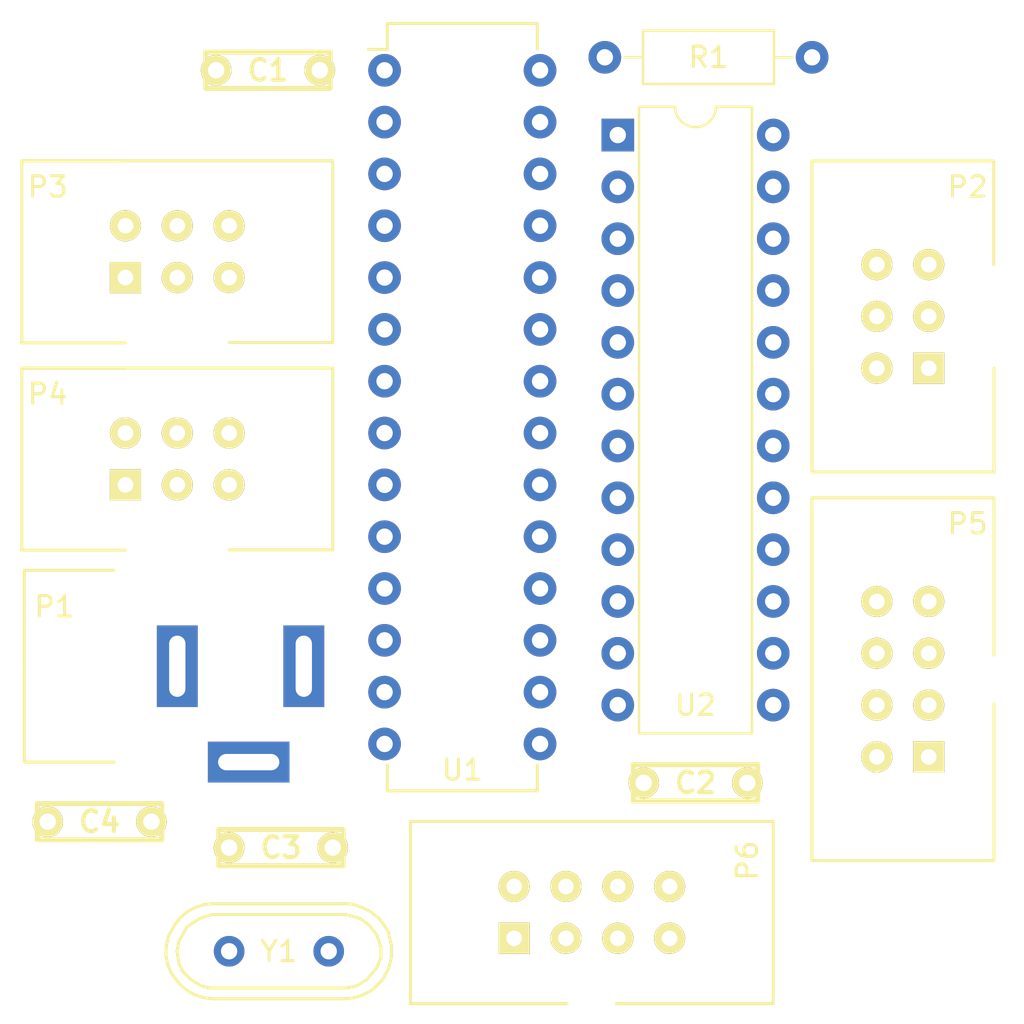
<source format=kicad_pcb>
(kicad_pcb (version 4) (host pcbnew 4.0.7)

  (general
    (links 0)
    (no_connects 59)
    (area 139.899999 89.899999 190.100001 140.100001)
    (thickness 1.6)
    (drawings 4)
    (tracks 0)
    (zones 0)
    (modules 18)
    (nets 38)
  )

  (page A4)
  (layers
    (0 F.Cu signal)
    (31 B.Cu signal)
    (32 B.Adhes user)
    (33 F.Adhes user)
    (34 B.Paste user)
    (35 F.Paste user)
    (36 B.SilkS user)
    (37 F.SilkS user)
    (38 B.Mask user)
    (39 F.Mask user)
    (40 Dwgs.User user)
    (41 Cmts.User user)
    (42 Eco1.User user)
    (43 Eco2.User user)
    (44 Edge.Cuts user)
    (45 Margin user)
    (46 B.CrtYd user)
    (47 F.CrtYd user)
    (48 B.Fab user)
    (49 F.Fab user)
  )

  (setup
    (last_trace_width 0.25)
    (trace_clearance 0.2)
    (zone_clearance 0.508)
    (zone_45_only no)
    (trace_min 0.2)
    (segment_width 0.2)
    (edge_width 0.15)
    (via_size 0.6)
    (via_drill 0.4)
    (via_min_size 0.4)
    (via_min_drill 0.3)
    (uvia_size 0.3)
    (uvia_drill 0.1)
    (uvias_allowed no)
    (uvia_min_size 0.2)
    (uvia_min_drill 0.1)
    (pcb_text_width 0.3)
    (pcb_text_size 1.5 1.5)
    (mod_edge_width 0.15)
    (mod_text_size 1 1)
    (mod_text_width 0.15)
    (pad_size 1.524 1.524)
    (pad_drill 0.762)
    (pad_to_mask_clearance 0.2)
    (aux_axis_origin 0 0)
    (visible_elements FFFFFF7F)
    (pcbplotparams
      (layerselection 0x00030_80000001)
      (usegerberextensions false)
      (excludeedgelayer true)
      (linewidth 0.100000)
      (plotframeref false)
      (viasonmask false)
      (mode 1)
      (useauxorigin false)
      (hpglpennumber 1)
      (hpglpenspeed 20)
      (hpglpendiameter 15)
      (hpglpenoverlay 2)
      (psnegative false)
      (psa4output false)
      (plotreference true)
      (plotvalue true)
      (plotinvisibletext false)
      (padsonsilk false)
      (subtractmaskfromsilk false)
      (outputformat 1)
      (mirror false)
      (drillshape 1)
      (scaleselection 1)
      (outputdirectory ""))
  )

  (net 0 "")
  (net 1 VCC)
  (net 2 GND)
  (net 3 "Net-(C3-Pad1)")
  (net 4 "Net-(P2-Pad1)")
  (net 5 "Net-(P2-Pad2)")
  (net 6 "Net-(P2-Pad3)")
  (net 7 "Net-(P2-Pad4)")
  (net 8 "Net-(P3-Pad1)")
  (net 9 "Net-(P3-Pad2)")
  (net 10 "Net-(P3-Pad3)")
  (net 11 "Net-(P3-Pad4)")
  (net 12 "Net-(P3-Pad5)")
  (net 13 "Net-(P3-Pad6)")
  (net 14 "Net-(P4-Pad1)")
  (net 15 "Net-(P4-Pad2)")
  (net 16 "Net-(P4-Pad3)")
  (net 17 "Net-(P4-Pad4)")
  (net 18 "Net-(P4-Pad5)")
  (net 19 "Net-(P4-Pad6)")
  (net 20 "Net-(P5-Pad1)")
  (net 21 "Net-(P5-Pad2)")
  (net 22 "Net-(P5-Pad3)")
  (net 23 "Net-(P5-Pad4)")
  (net 24 "Net-(P5-Pad5)")
  (net 25 "Net-(P5-Pad6)")
  (net 26 "Net-(P5-Pad7)")
  (net 27 "Net-(P5-Pad8)")
  (net 28 "Net-(P6-Pad1)")
  (net 29 "Net-(P6-Pad2)")
  (net 30 "Net-(P6-Pad3)")
  (net 31 "Net-(P6-Pad4)")
  (net 32 "Net-(P6-Pad5)")
  (net 33 "Net-(P6-Pad6)")
  (net 34 "Net-(P6-Pad7)")
  (net 35 "Net-(P6-Pad8)")
  (net 36 "Net-(R1-Pad2)")
  (net 37 "Net-(C4-Pad1)")

  (net_class Default "Esta es la clase de red por defecto."
    (clearance 0.2)
    (trace_width 0.25)
    (via_dia 0.6)
    (via_drill 0.4)
    (uvia_dia 0.3)
    (uvia_drill 0.1)
    (add_net GND)
    (add_net "Net-(C3-Pad1)")
    (add_net "Net-(C4-Pad1)")
    (add_net "Net-(P2-Pad1)")
    (add_net "Net-(P2-Pad2)")
    (add_net "Net-(P2-Pad3)")
    (add_net "Net-(P2-Pad4)")
    (add_net "Net-(P3-Pad1)")
    (add_net "Net-(P3-Pad2)")
    (add_net "Net-(P3-Pad3)")
    (add_net "Net-(P3-Pad4)")
    (add_net "Net-(P3-Pad5)")
    (add_net "Net-(P3-Pad6)")
    (add_net "Net-(P4-Pad1)")
    (add_net "Net-(P4-Pad2)")
    (add_net "Net-(P4-Pad3)")
    (add_net "Net-(P4-Pad4)")
    (add_net "Net-(P4-Pad5)")
    (add_net "Net-(P4-Pad6)")
    (add_net "Net-(P5-Pad1)")
    (add_net "Net-(P5-Pad2)")
    (add_net "Net-(P5-Pad3)")
    (add_net "Net-(P5-Pad4)")
    (add_net "Net-(P5-Pad5)")
    (add_net "Net-(P5-Pad6)")
    (add_net "Net-(P5-Pad7)")
    (add_net "Net-(P5-Pad8)")
    (add_net "Net-(P6-Pad1)")
    (add_net "Net-(P6-Pad2)")
    (add_net "Net-(P6-Pad3)")
    (add_net "Net-(P6-Pad4)")
    (add_net "Net-(P6-Pad5)")
    (add_net "Net-(P6-Pad6)")
    (add_net "Net-(P6-Pad7)")
    (add_net "Net-(P6-Pad8)")
    (add_net "Net-(R1-Pad2)")
    (add_net VCC)
  )

  (module avionica:MountingHole_M3 (layer F.Cu) (tedit 59DF3046) (tstamp 59F09763)
    (at 144 136)
    (descr "Mounting Hole 3.2mm, no annular, M3")
    (tags "mounting hole 3.2mm no annular m3")
    (fp_text reference REF** (at 0 -1.27) (layer F.SilkS) hide
      (effects (font (size 1 1) (thickness 0.15)))
    )
    (fp_text value Hole (at 0 1.27) (layer F.Fab) hide
      (effects (font (size 1 1) (thickness 0.15)))
    )
    (fp_circle (center 0 0) (end 3.2 0) (layer Cmts.User) (width 0.15))
    (fp_circle (center 0 0) (end 3.45 0) (layer F.CrtYd) (width 0.05))
    (pad 1 np_thru_hole circle (at 0 0) (size 3.2 3.2) (drill 3.2) (layers *.Cu *.Mask))
  )

  (module avionica:MountingHole_M3 (layer F.Cu) (tedit 59DF3046) (tstamp 59F0975F)
    (at 186 136)
    (descr "Mounting Hole 3.2mm, no annular, M3")
    (tags "mounting hole 3.2mm no annular m3")
    (fp_text reference REF** (at 0 -1.27) (layer F.SilkS) hide
      (effects (font (size 1 1) (thickness 0.15)))
    )
    (fp_text value Hole (at 0 1.27) (layer F.Fab) hide
      (effects (font (size 1 1) (thickness 0.15)))
    )
    (fp_circle (center 0 0) (end 3.2 0) (layer Cmts.User) (width 0.15))
    (fp_circle (center 0 0) (end 3.45 0) (layer F.CrtYd) (width 0.05))
    (pad 1 np_thru_hole circle (at 0 0) (size 3.2 3.2) (drill 3.2) (layers *.Cu *.Mask))
  )

  (module avionica:MountingHole_M3 (layer F.Cu) (tedit 59DF3046) (tstamp 59F0975B)
    (at 186 94)
    (descr "Mounting Hole 3.2mm, no annular, M3")
    (tags "mounting hole 3.2mm no annular m3")
    (fp_text reference REF** (at 0 -1.27) (layer F.SilkS) hide
      (effects (font (size 1 1) (thickness 0.15)))
    )
    (fp_text value Hole (at 0 1.27) (layer F.Fab) hide
      (effects (font (size 1 1) (thickness 0.15)))
    )
    (fp_circle (center 0 0) (end 3.2 0) (layer Cmts.User) (width 0.15))
    (fp_circle (center 0 0) (end 3.45 0) (layer F.CrtYd) (width 0.05))
    (pad 1 np_thru_hole circle (at 0 0) (size 3.2 3.2) (drill 3.2) (layers *.Cu *.Mask))
  )

  (module avionica:Disc_capacitor (layer F.Cu) (tedit 59E0F005) (tstamp 59F08888)
    (at 153.035 93.345 180)
    (descr "6mm disc ceramic capacitor")
    (tags C)
    (path /59F088B3)
    (fp_text reference C1 (at 0 0 180) (layer F.SilkS)
      (effects (font (size 1.016 1.016) (thickness 0.2032)))
    )
    (fp_text value 0.1uF (at 0 -1.778 180) (layer F.SilkS) hide
      (effects (font (size 1 1) (thickness 0.15)))
    )
    (fp_line (start -3.048 -0.889) (end -3.048 0.889) (layer F.SilkS) (width 0.24892))
    (fp_line (start -3.048 0.889) (end 3.048 0.889) (layer F.SilkS) (width 0.24892))
    (fp_line (start 3.048 0.889) (end 3.048 -0.889) (layer F.SilkS) (width 0.24892))
    (fp_line (start 3.048 -0.889) (end -3.048 -0.889) (layer F.SilkS) (width 0.24892))
    (pad 1 thru_hole circle (at -2.54 0 180) (size 1.50114 1.50114) (drill 0.8001) (layers *.Cu *.Mask F.SilkS)
      (net 1 VCC))
    (pad 2 thru_hole circle (at 2.54 0 180) (size 1.50114 1.50114) (drill 0.8001) (layers *.Cu *.Mask F.SilkS)
      (net 2 GND))
    (model ${KIPRJMOD}/../modules/packages3d/avionica.3dshapes/Disc_capacitor.wrl
      (at (xyz 0 0 0))
      (scale (xyz 1 1 1))
      (rotate (xyz 0 0 0))
    )
  )

  (module avionica:Disc_capacitor (layer F.Cu) (tedit 59E0F005) (tstamp 59F0888E)
    (at 173.99 128.27 180)
    (descr "6mm disc ceramic capacitor")
    (tags C)
    (path /59F0A630)
    (fp_text reference C2 (at 0 0 180) (layer F.SilkS)
      (effects (font (size 1.016 1.016) (thickness 0.2032)))
    )
    (fp_text value 0.1uF (at 0 -1.778 180) (layer F.SilkS) hide
      (effects (font (size 1 1) (thickness 0.15)))
    )
    (fp_line (start -3.048 -0.889) (end -3.048 0.889) (layer F.SilkS) (width 0.24892))
    (fp_line (start -3.048 0.889) (end 3.048 0.889) (layer F.SilkS) (width 0.24892))
    (fp_line (start 3.048 0.889) (end 3.048 -0.889) (layer F.SilkS) (width 0.24892))
    (fp_line (start 3.048 -0.889) (end -3.048 -0.889) (layer F.SilkS) (width 0.24892))
    (pad 1 thru_hole circle (at -2.54 0 180) (size 1.50114 1.50114) (drill 0.8001) (layers *.Cu *.Mask F.SilkS)
      (net 1 VCC))
    (pad 2 thru_hole circle (at 2.54 0 180) (size 1.50114 1.50114) (drill 0.8001) (layers *.Cu *.Mask F.SilkS)
      (net 2 GND))
    (model ${KIPRJMOD}/../modules/packages3d/avionica.3dshapes/Disc_capacitor.wrl
      (at (xyz 0 0 0))
      (scale (xyz 1 1 1))
      (rotate (xyz 0 0 0))
    )
  )

  (module avionica:Disc_capacitor (layer F.Cu) (tedit 59E0F005) (tstamp 59F08894)
    (at 153.67 131.445 180)
    (descr "6mm disc ceramic capacitor")
    (tags C)
    (path /59F07417)
    (fp_text reference C3 (at 0 0 180) (layer F.SilkS)
      (effects (font (size 1.016 1.016) (thickness 0.2032)))
    )
    (fp_text value 22pF (at 0 -1.778 180) (layer F.SilkS) hide
      (effects (font (size 1 1) (thickness 0.15)))
    )
    (fp_line (start -3.048 -0.889) (end -3.048 0.889) (layer F.SilkS) (width 0.24892))
    (fp_line (start -3.048 0.889) (end 3.048 0.889) (layer F.SilkS) (width 0.24892))
    (fp_line (start 3.048 0.889) (end 3.048 -0.889) (layer F.SilkS) (width 0.24892))
    (fp_line (start 3.048 -0.889) (end -3.048 -0.889) (layer F.SilkS) (width 0.24892))
    (pad 1 thru_hole circle (at -2.54 0 180) (size 1.50114 1.50114) (drill 0.8001) (layers *.Cu *.Mask F.SilkS)
      (net 3 "Net-(C3-Pad1)"))
    (pad 2 thru_hole circle (at 2.54 0 180) (size 1.50114 1.50114) (drill 0.8001) (layers *.Cu *.Mask F.SilkS)
      (net 2 GND))
    (model ${KIPRJMOD}/../modules/packages3d/avionica.3dshapes/Disc_capacitor.wrl
      (at (xyz 0 0 0))
      (scale (xyz 1 1 1))
      (rotate (xyz 0 0 0))
    )
  )

  (module avionica:Jack_55_21 (layer F.Cu) (tedit 59DE58A3) (tstamp 59F0889B)
    (at 152.09 127.255)
    (path /59F087A5)
    (fp_text reference P1 (at -9.525 -7.62) (layer F.SilkS)
      (effects (font (size 1 1) (thickness 0.15)))
    )
    (fp_text value CONN03 (at 0 -3.81) (layer F.Fab) hide
      (effects (font (size 1 1) (thickness 0.15)))
    )
    (fp_line (start -11 -4.7) (end -11 -9.4) (layer F.SilkS) (width 0.15))
    (fp_line (start -11 -9.4) (end -6.6 -9.4) (layer F.SilkS) (width 0.15))
    (fp_line (start -11 0) (end -11 -4.7) (layer F.SilkS) (width 0.15))
    (fp_line (start -11 0) (end -6.6 0) (layer F.SilkS) (width 0.15))
    (pad 3 thru_hole rect (at -3.5 -4.7) (size 2 4) (drill oval 0.8 3) (layers *.Cu *.Mask)
      (net 2 GND))
    (pad 1 thru_hole rect (at 2.7 -4.7) (size 2 4) (drill oval 0.8 3) (layers *.Cu *.Mask)
      (net 1 VCC))
    (pad 2 thru_hole rect (at 0 0) (size 4 2) (drill oval 3 0.8) (layers *.Cu *.Mask)
      (net 2 GND))
    (model ${KIPRJMOD}/../modules/packages3d/avionica.3dshapes/jack_55_21.wrl
      (at (xyz -0.14 0.19 0))
      (scale (xyz 1 1 1))
      (rotate (xyz 0 0 90))
    )
  )

  (module avionica:idc-6p (layer F.Cu) (tedit 59DE58C8) (tstamp 59F088A5)
    (at 185.42 107.95 180)
    (path /59F07DD2)
    (fp_text reference P2 (at -1.905 8.89 180) (layer F.SilkS)
      (effects (font (size 1 1) (thickness 0.15)))
    )
    (fp_text value CONN06 (at 1.27 2.54 270) (layer F.Fab) hide
      (effects (font (size 1 1) (thickness 0.15)))
    )
    (fp_line (start -3.2 -5.1) (end -3.2 0) (layer F.SilkS) (width 0.15))
    (fp_line (start 5.725 -5.08) (end 5.725 10.16) (layer F.SilkS) (width 0.15))
    (fp_line (start -3.175 10.16) (end 5.715 10.16) (layer F.SilkS) (width 0.15))
    (fp_line (start -3.185 10.16) (end -3.185 5.08) (layer F.SilkS) (width 0.15))
    (fp_line (start 5.715 0) (end 5.715 -5.08) (layer F.SilkS) (width 0.15))
    (fp_line (start 5.715 -5.08) (end -3.175 -5.08) (layer F.SilkS) (width 0.15))
    (pad 1 thru_hole rect (at 0 0 180) (size 1.524 1.524) (drill 0.762) (layers *.Cu *.Mask F.SilkS)
      (net 4 "Net-(P2-Pad1)"))
    (pad 2 thru_hole circle (at 2.54 0 180) (size 1.524 1.524) (drill 0.762) (layers *.Cu *.Mask F.SilkS)
      (net 5 "Net-(P2-Pad2)"))
    (pad 3 thru_hole circle (at 0 2.54 180) (size 1.524 1.524) (drill 0.762) (layers *.Cu *.Mask F.SilkS)
      (net 6 "Net-(P2-Pad3)"))
    (pad 4 thru_hole circle (at 2.54 2.54 180) (size 1.524 1.524) (drill 0.762) (layers *.Cu *.Mask F.SilkS)
      (net 7 "Net-(P2-Pad4)"))
    (pad 5 thru_hole circle (at 0 5.08 180) (size 1.524 1.524) (drill 0.762) (layers *.Cu *.Mask F.SilkS)
      (net 2 GND))
    (pad 6 thru_hole circle (at 2.54 5.08 180) (size 1.524 1.524) (drill 0.762) (layers *.Cu *.Mask F.SilkS)
      (net 2 GND))
    (model ${KIPRJMOD}/../modules/packages3d/avionica.3dshapes/idc-6p.wrl
      (at (xyz 0.05 -0.1 0))
      (scale (xyz 1 1 1))
      (rotate (xyz 0 0 90))
    )
  )

  (module avionica:idc-6p (layer F.Cu) (tedit 59DE58C8) (tstamp 59F088AF)
    (at 146.05 103.505 90)
    (path /59F07B82)
    (fp_text reference P3 (at 4.445 -3.81 180) (layer F.SilkS)
      (effects (font (size 1 1) (thickness 0.15)))
    )
    (fp_text value CONN06 (at 1.27 2.54 180) (layer F.Fab) hide
      (effects (font (size 1 1) (thickness 0.15)))
    )
    (fp_line (start -3.2 -5.1) (end -3.2 0) (layer F.SilkS) (width 0.15))
    (fp_line (start 5.725 -5.08) (end 5.725 10.16) (layer F.SilkS) (width 0.15))
    (fp_line (start -3.175 10.16) (end 5.715 10.16) (layer F.SilkS) (width 0.15))
    (fp_line (start -3.185 10.16) (end -3.185 5.08) (layer F.SilkS) (width 0.15))
    (fp_line (start 5.715 0) (end 5.715 -5.08) (layer F.SilkS) (width 0.15))
    (fp_line (start 5.715 -5.08) (end -3.175 -5.08) (layer F.SilkS) (width 0.15))
    (pad 1 thru_hole rect (at 0 0 90) (size 1.524 1.524) (drill 0.762) (layers *.Cu *.Mask F.SilkS)
      (net 8 "Net-(P3-Pad1)"))
    (pad 2 thru_hole circle (at 2.54 0 90) (size 1.524 1.524) (drill 0.762) (layers *.Cu *.Mask F.SilkS)
      (net 9 "Net-(P3-Pad2)"))
    (pad 3 thru_hole circle (at 0 2.54 90) (size 1.524 1.524) (drill 0.762) (layers *.Cu *.Mask F.SilkS)
      (net 10 "Net-(P3-Pad3)"))
    (pad 4 thru_hole circle (at 2.54 2.54 90) (size 1.524 1.524) (drill 0.762) (layers *.Cu *.Mask F.SilkS)
      (net 11 "Net-(P3-Pad4)"))
    (pad 5 thru_hole circle (at 0 5.08 90) (size 1.524 1.524) (drill 0.762) (layers *.Cu *.Mask F.SilkS)
      (net 12 "Net-(P3-Pad5)"))
    (pad 6 thru_hole circle (at 2.54 5.08 90) (size 1.524 1.524) (drill 0.762) (layers *.Cu *.Mask F.SilkS)
      (net 13 "Net-(P3-Pad6)"))
    (model ${KIPRJMOD}/../modules/packages3d/avionica.3dshapes/idc-6p.wrl
      (at (xyz 0.05 -0.1 0))
      (scale (xyz 1 1 1))
      (rotate (xyz 0 0 90))
    )
  )

  (module avionica:idc-6p (layer F.Cu) (tedit 59DE58C8) (tstamp 59F088B9)
    (at 146.05 113.665 90)
    (path /59F07C1B)
    (fp_text reference P4 (at 4.445 -3.81 180) (layer F.SilkS)
      (effects (font (size 1 1) (thickness 0.15)))
    )
    (fp_text value CONN06 (at 1.27 2.54 180) (layer F.Fab) hide
      (effects (font (size 1 1) (thickness 0.15)))
    )
    (fp_line (start -3.2 -5.1) (end -3.2 0) (layer F.SilkS) (width 0.15))
    (fp_line (start 5.725 -5.08) (end 5.725 10.16) (layer F.SilkS) (width 0.15))
    (fp_line (start -3.175 10.16) (end 5.715 10.16) (layer F.SilkS) (width 0.15))
    (fp_line (start -3.185 10.16) (end -3.185 5.08) (layer F.SilkS) (width 0.15))
    (fp_line (start 5.715 0) (end 5.715 -5.08) (layer F.SilkS) (width 0.15))
    (fp_line (start 5.715 -5.08) (end -3.175 -5.08) (layer F.SilkS) (width 0.15))
    (pad 1 thru_hole rect (at 0 0 90) (size 1.524 1.524) (drill 0.762) (layers *.Cu *.Mask F.SilkS)
      (net 14 "Net-(P4-Pad1)"))
    (pad 2 thru_hole circle (at 2.54 0 90) (size 1.524 1.524) (drill 0.762) (layers *.Cu *.Mask F.SilkS)
      (net 15 "Net-(P4-Pad2)"))
    (pad 3 thru_hole circle (at 0 2.54 90) (size 1.524 1.524) (drill 0.762) (layers *.Cu *.Mask F.SilkS)
      (net 16 "Net-(P4-Pad3)"))
    (pad 4 thru_hole circle (at 2.54 2.54 90) (size 1.524 1.524) (drill 0.762) (layers *.Cu *.Mask F.SilkS)
      (net 17 "Net-(P4-Pad4)"))
    (pad 5 thru_hole circle (at 0 5.08 90) (size 1.524 1.524) (drill 0.762) (layers *.Cu *.Mask F.SilkS)
      (net 18 "Net-(P4-Pad5)"))
    (pad 6 thru_hole circle (at 2.54 5.08 90) (size 1.524 1.524) (drill 0.762) (layers *.Cu *.Mask F.SilkS)
      (net 19 "Net-(P4-Pad6)"))
    (model ${KIPRJMOD}/../modules/packages3d/avionica.3dshapes/idc-6p.wrl
      (at (xyz 0.05 -0.1 0))
      (scale (xyz 1 1 1))
      (rotate (xyz 0 0 90))
    )
  )

  (module avionica:DIP-28 (layer F.Cu) (tedit 59F09B4C) (tstamp 59F088D9)
    (at 158.75 93.345)
    (descr "28-lead dip package, row spacing 7.62 mm (300 mils)")
    (tags "dil dip 2.54 300")
    (path /59F0705D)
    (fp_text reference U1 (at 3.81 34.29) (layer F.SilkS)
      (effects (font (size 1 1) (thickness 0.15)))
    )
    (fp_text value ATmega328 (at 3.81 16.51 90) (layer F.Fab)
      (effects (font (size 1 1) (thickness 0.15)))
    )
    (fp_line (start -1.05 -2.45) (end -1.05 35.5) (layer F.CrtYd) (width 0.05))
    (fp_line (start 8.65 -2.45) (end 8.65 35.5) (layer F.CrtYd) (width 0.05))
    (fp_line (start -1.05 -2.45) (end 8.65 -2.45) (layer F.CrtYd) (width 0.05))
    (fp_line (start -1.05 35.5) (end 8.65 35.5) (layer F.CrtYd) (width 0.05))
    (fp_line (start 0.135 -2.295) (end 0.135 -1.025) (layer F.SilkS) (width 0.15))
    (fp_line (start 7.485 -2.295) (end 7.485 -1.025) (layer F.SilkS) (width 0.15))
    (fp_line (start 7.485 35.315) (end 7.485 34.045) (layer F.SilkS) (width 0.15))
    (fp_line (start 0.135 35.315) (end 0.135 34.045) (layer F.SilkS) (width 0.15))
    (fp_line (start 0.135 -2.295) (end 7.485 -2.295) (layer F.SilkS) (width 0.15))
    (fp_line (start 0.135 35.315) (end 7.485 35.315) (layer F.SilkS) (width 0.15))
    (fp_line (start 0.135 -1.025) (end -0.8 -1.025) (layer F.SilkS) (width 0.15))
    (pad 1 thru_hole oval (at 0 0) (size 1.6 1.6) (drill 0.8) (layers *.Cu *.Mask)
      (net 1 VCC))
    (pad 2 thru_hole oval (at 0 2.54) (size 1.6 1.6) (drill 0.8) (layers *.Cu *.Mask)
      (net 14 "Net-(P4-Pad1)"))
    (pad 3 thru_hole oval (at 0 5.08) (size 1.6 1.6) (drill 0.8) (layers *.Cu *.Mask)
      (net 15 "Net-(P4-Pad2)"))
    (pad 4 thru_hole oval (at 0 7.62) (size 1.6 1.6) (drill 0.8) (layers *.Cu *.Mask)
      (net 16 "Net-(P4-Pad3)"))
    (pad 5 thru_hole oval (at 0 10.16) (size 1.6 1.6) (drill 0.8) (layers *.Cu *.Mask)
      (net 17 "Net-(P4-Pad4)"))
    (pad 6 thru_hole oval (at 0 12.7) (size 1.6 1.6) (drill 0.8) (layers *.Cu *.Mask)
      (net 18 "Net-(P4-Pad5)"))
    (pad 7 thru_hole oval (at 0 15.24) (size 1.6 1.6) (drill 0.8) (layers *.Cu *.Mask)
      (net 1 VCC))
    (pad 8 thru_hole oval (at 0 17.78) (size 1.6 1.6) (drill 0.8) (layers *.Cu *.Mask)
      (net 2 GND))
    (pad 9 thru_hole oval (at 0 20.32) (size 1.6 1.6) (drill 0.8) (layers *.Cu *.Mask)
      (net 3 "Net-(C3-Pad1)"))
    (pad 10 thru_hole oval (at 0 22.86) (size 1.6 1.6) (drill 0.8) (layers *.Cu *.Mask)
      (net 37 "Net-(C4-Pad1)"))
    (pad 11 thru_hole oval (at 0 25.4) (size 1.6 1.6) (drill 0.8) (layers *.Cu *.Mask)
      (net 19 "Net-(P4-Pad6)"))
    (pad 12 thru_hole oval (at 0 27.94) (size 1.6 1.6) (drill 0.8) (layers *.Cu *.Mask))
    (pad 13 thru_hole oval (at 0 30.48) (size 1.6 1.6) (drill 0.8) (layers *.Cu *.Mask))
    (pad 14 thru_hole oval (at 0 33.02) (size 1.6 1.6) (drill 0.8) (layers *.Cu *.Mask))
    (pad 15 thru_hole oval (at 7.62 33.02) (size 1.6 1.6) (drill 0.8) (layers *.Cu *.Mask))
    (pad 16 thru_hole oval (at 7.62 30.48) (size 1.6 1.6) (drill 0.8) (layers *.Cu *.Mask)
      (net 7 "Net-(P2-Pad4)"))
    (pad 17 thru_hole oval (at 7.62 27.94) (size 1.6 1.6) (drill 0.8) (layers *.Cu *.Mask)
      (net 6 "Net-(P2-Pad3)"))
    (pad 18 thru_hole oval (at 7.62 25.4) (size 1.6 1.6) (drill 0.8) (layers *.Cu *.Mask)
      (net 5 "Net-(P2-Pad2)"))
    (pad 19 thru_hole oval (at 7.62 22.86) (size 1.6 1.6) (drill 0.8) (layers *.Cu *.Mask)
      (net 4 "Net-(P2-Pad1)"))
    (pad 20 thru_hole oval (at 7.62 20.32) (size 1.6 1.6) (drill 0.8) (layers *.Cu *.Mask)
      (net 1 VCC))
    (pad 21 thru_hole oval (at 7.62 17.78) (size 1.6 1.6) (drill 0.8) (layers *.Cu *.Mask)
      (net 1 VCC))
    (pad 22 thru_hole oval (at 7.62 15.24) (size 1.6 1.6) (drill 0.8) (layers *.Cu *.Mask)
      (net 2 GND))
    (pad 23 thru_hole oval (at 7.62 12.7) (size 1.6 1.6) (drill 0.8) (layers *.Cu *.Mask)
      (net 8 "Net-(P3-Pad1)"))
    (pad 24 thru_hole oval (at 7.62 10.16) (size 1.6 1.6) (drill 0.8) (layers *.Cu *.Mask)
      (net 9 "Net-(P3-Pad2)"))
    (pad 25 thru_hole oval (at 7.62 7.62) (size 1.6 1.6) (drill 0.8) (layers *.Cu *.Mask)
      (net 10 "Net-(P3-Pad3)"))
    (pad 26 thru_hole oval (at 7.62 5.08) (size 1.6 1.6) (drill 0.8) (layers *.Cu *.Mask)
      (net 11 "Net-(P3-Pad4)"))
    (pad 27 thru_hole oval (at 7.62 2.54) (size 1.6 1.6) (drill 0.8) (layers *.Cu *.Mask)
      (net 12 "Net-(P3-Pad5)"))
    (pad 28 thru_hole oval (at 7.62 0) (size 1.6 1.6) (drill 0.8) (layers *.Cu *.Mask)
      (net 13 "Net-(P3-Pad6)"))
    (model Housings_DIP.3dshapes/DIP-28_W7.62mm.wrl
      (at (xyz 0 0 0))
      (scale (xyz 1 1 1))
      (rotate (xyz 0 0 0))
    )
  )

  (module avionica:Crystal (layer F.Cu) (tedit 59F084CE) (tstamp 59F088DF)
    (at 153.57094 136.525 180)
    (path /59F07316)
    (fp_text reference Y1 (at 0 0 180) (layer F.SilkS)
      (effects (font (size 1 1) (thickness 0.15)))
    )
    (fp_text value Crystal (at 0 0 180) (layer F.Fab) hide
      (effects (font (size 1 1) (thickness 0.15)))
    )
    (fp_line (start 4.699 -1.00076) (end 4.89966 -0.59944) (layer F.SilkS) (width 0.15))
    (fp_line (start 4.89966 -0.59944) (end 5.00126 0) (layer F.SilkS) (width 0.15))
    (fp_line (start 5.00126 0) (end 4.89966 0.50038) (layer F.SilkS) (width 0.15))
    (fp_line (start 4.89966 0.50038) (end 4.50088 1.19888) (layer F.SilkS) (width 0.15))
    (fp_line (start 4.50088 1.19888) (end 3.8989 1.6002) (layer F.SilkS) (width 0.15))
    (fp_line (start 3.8989 1.6002) (end 3.29946 1.80086) (layer F.SilkS) (width 0.15))
    (fp_line (start 3.29946 1.80086) (end -3.29946 1.80086) (layer F.SilkS) (width 0.15))
    (fp_line (start -3.29946 1.80086) (end -4.0005 1.6002) (layer F.SilkS) (width 0.15))
    (fp_line (start -4.0005 1.6002) (end -4.39928 1.30048) (layer F.SilkS) (width 0.15))
    (fp_line (start -4.39928 1.30048) (end -4.8006 0.8001) (layer F.SilkS) (width 0.15))
    (fp_line (start -4.8006 0.8001) (end -5.00126 0.20066) (layer F.SilkS) (width 0.15))
    (fp_line (start -5.00126 0.20066) (end -5.00126 -0.29972) (layer F.SilkS) (width 0.15))
    (fp_line (start -5.00126 -0.29972) (end -4.8006 -0.8001) (layer F.SilkS) (width 0.15))
    (fp_line (start -4.8006 -0.8001) (end -4.30022 -1.39954) (layer F.SilkS) (width 0.15))
    (fp_line (start -4.30022 -1.39954) (end -3.79984 -1.69926) (layer F.SilkS) (width 0.15))
    (fp_line (start -3.79984 -1.69926) (end -3.29946 -1.80086) (layer F.SilkS) (width 0.15))
    (fp_line (start -3.2004 -1.80086) (end 3.40106 -1.80086) (layer F.SilkS) (width 0.15))
    (fp_line (start 3.40106 -1.80086) (end 3.79984 -1.69926) (layer F.SilkS) (width 0.15))
    (fp_line (start 3.79984 -1.69926) (end 4.30022 -1.39954) (layer F.SilkS) (width 0.15))
    (fp_line (start 4.30022 -1.39954) (end 4.8006 -0.89916) (layer F.SilkS) (width 0.15))
    (fp_line (start -3.19024 -2.32918) (end -3.64998 -2.28092) (layer F.SilkS) (width 0.15))
    (fp_line (start -3.64998 -2.28092) (end -4.04876 -2.16916) (layer F.SilkS) (width 0.15))
    (fp_line (start -4.04876 -2.16916) (end -4.48056 -1.95072) (layer F.SilkS) (width 0.15))
    (fp_line (start -4.48056 -1.95072) (end -4.77012 -1.71958) (layer F.SilkS) (width 0.15))
    (fp_line (start -4.77012 -1.71958) (end -5.10032 -1.36906) (layer F.SilkS) (width 0.15))
    (fp_line (start -5.10032 -1.36906) (end -5.38988 -0.83058) (layer F.SilkS) (width 0.15))
    (fp_line (start -5.38988 -0.83058) (end -5.51942 -0.23114) (layer F.SilkS) (width 0.15))
    (fp_line (start -5.51942 -0.23114) (end -5.51942 0.2794) (layer F.SilkS) (width 0.15))
    (fp_line (start -5.51942 0.2794) (end -5.34924 0.98044) (layer F.SilkS) (width 0.15))
    (fp_line (start -5.34924 0.98044) (end -4.95046 1.56972) (layer F.SilkS) (width 0.15))
    (fp_line (start -4.95046 1.56972) (end -4.49072 1.94056) (layer F.SilkS) (width 0.15))
    (fp_line (start -4.49072 1.94056) (end -4.06908 2.14884) (layer F.SilkS) (width 0.15))
    (fp_line (start -4.06908 2.14884) (end -3.6195 2.30886) (layer F.SilkS) (width 0.15))
    (fp_line (start -3.6195 2.30886) (end -3.18008 2.33934) (layer F.SilkS) (width 0.15))
    (fp_line (start 4.16052 2.1209) (end 4.53898 1.89992) (layer F.SilkS) (width 0.15))
    (fp_line (start 4.53898 1.89992) (end 4.85902 1.62052) (layer F.SilkS) (width 0.15))
    (fp_line (start 4.85902 1.62052) (end 5.11048 1.29032) (layer F.SilkS) (width 0.15))
    (fp_line (start 5.11048 1.29032) (end 5.4102 0.73914) (layer F.SilkS) (width 0.15))
    (fp_line (start 5.4102 0.73914) (end 5.51942 0.26924) (layer F.SilkS) (width 0.15))
    (fp_line (start 5.51942 0.26924) (end 5.53974 -0.1905) (layer F.SilkS) (width 0.15))
    (fp_line (start 5.53974 -0.1905) (end 5.45084 -0.65024) (layer F.SilkS) (width 0.15))
    (fp_line (start 5.45084 -0.65024) (end 5.26034 -1.09982) (layer F.SilkS) (width 0.15))
    (fp_line (start 5.26034 -1.09982) (end 4.89966 -1.56972) (layer F.SilkS) (width 0.15))
    (fp_line (start 4.89966 -1.56972) (end 4.54914 -1.88976) (layer F.SilkS) (width 0.15))
    (fp_line (start 4.54914 -1.88976) (end 4.16052 -2.1209) (layer F.SilkS) (width 0.15))
    (fp_line (start 4.16052 -2.1209) (end 3.73126 -2.2606) (layer F.SilkS) (width 0.15))
    (fp_line (start 3.73126 -2.2606) (end 3.2893 -2.32918) (layer F.SilkS) (width 0.15))
    (fp_line (start -3.2004 2.32918) (end 3.2512 2.32918) (layer F.SilkS) (width 0.15))
    (fp_line (start 3.2512 2.32918) (end 3.6703 2.29108) (layer F.SilkS) (width 0.15))
    (fp_line (start 3.6703 2.29108) (end 4.16052 2.1209) (layer F.SilkS) (width 0.15))
    (fp_line (start -3.2004 -2.32918) (end 3.2512 -2.32918) (layer F.SilkS) (width 0.15))
    (pad 1 thru_hole circle (at -2.44094 0 180) (size 1.50114 1.50114) (drill 0.8001) (layers *.Cu *.Mask)
      (net 3 "Net-(C3-Pad1)"))
    (pad 2 thru_hole circle (at 2.44094 0 180) (size 1.50114 1.50114) (drill 0.8001) (layers *.Cu *.Mask)
      (net 37 "Net-(C4-Pad1)"))
  )

  (module avionica:idc-8p (layer F.Cu) (tedit 59DE5271) (tstamp 59F09217)
    (at 185.42 127 180)
    (path /59F09A83)
    (fp_text reference P5 (at -1.905 11.43 180) (layer F.SilkS)
      (effects (font (size 1 1) (thickness 0.15)))
    )
    (fp_text value CONN08 (at -1.905 6.985 270) (layer F.Fab) hide
      (effects (font (size 1 1) (thickness 0.15)))
    )
    (fp_line (start -3.2 2.6) (end -3.2 -5.1) (layer F.SilkS) (width 0.15))
    (fp_line (start -3.2 12.7) (end -3.2 5) (layer F.SilkS) (width 0.15))
    (fp_line (start 5.725 12.7) (end 5.725 -5.08) (layer F.SilkS) (width 0.15))
    (fp_line (start 5.715 -5.08) (end -3.175 -5.08) (layer F.SilkS) (width 0.15))
    (fp_line (start -3.175 12.7) (end 5.715 12.7) (layer F.SilkS) (width 0.15))
    (pad 1 thru_hole rect (at 0 0 180) (size 1.524 1.524) (drill 0.762) (layers *.Cu *.Mask F.SilkS)
      (net 20 "Net-(P5-Pad1)"))
    (pad 2 thru_hole circle (at 2.54 0 180) (size 1.524 1.524) (drill 0.762) (layers *.Cu *.Mask F.SilkS)
      (net 21 "Net-(P5-Pad2)"))
    (pad 3 thru_hole circle (at 0 2.54 180) (size 1.524 1.524) (drill 0.762) (layers *.Cu *.Mask F.SilkS)
      (net 22 "Net-(P5-Pad3)"))
    (pad 4 thru_hole circle (at 2.54 2.54 180) (size 1.524 1.524) (drill 0.762) (layers *.Cu *.Mask F.SilkS)
      (net 23 "Net-(P5-Pad4)"))
    (pad 5 thru_hole circle (at 0 5.08 180) (size 1.524 1.524) (drill 0.762) (layers *.Cu *.Mask F.SilkS)
      (net 24 "Net-(P5-Pad5)"))
    (pad 6 thru_hole circle (at 2.54 5.08 180) (size 1.524 1.524) (drill 0.762) (layers *.Cu *.Mask F.SilkS)
      (net 25 "Net-(P5-Pad6)"))
    (pad 7 thru_hole circle (at 0 7.62 180) (size 1.524 1.524) (drill 0.762) (layers *.Cu *.Mask F.SilkS)
      (net 26 "Net-(P5-Pad7)"))
    (pad 8 thru_hole circle (at 2.54 7.62 180) (size 1.524 1.524) (drill 0.762) (layers *.Cu *.Mask F.SilkS)
      (net 27 "Net-(P5-Pad8)"))
    (model ${KIPRJMOD}/../modules/packages3d/avionica.3dshapes/idc-8p.wrl
      (at (xyz 0.05 -0.15 0))
      (scale (xyz 1 1 1))
      (rotate (xyz 0 0 90))
    )
  )

  (module avionica:idc-8p (layer F.Cu) (tedit 59DE5271) (tstamp 59F09223)
    (at 165.1 135.89 90)
    (path /59F09AD2)
    (fp_text reference P6 (at 3.81 11.43 90) (layer F.SilkS)
      (effects (font (size 1 1) (thickness 0.15)))
    )
    (fp_text value CONN08 (at -1.905 6.985 180) (layer F.Fab) hide
      (effects (font (size 1 1) (thickness 0.15)))
    )
    (fp_line (start -3.2 2.6) (end -3.2 -5.1) (layer F.SilkS) (width 0.15))
    (fp_line (start -3.2 12.7) (end -3.2 5) (layer F.SilkS) (width 0.15))
    (fp_line (start 5.725 12.7) (end 5.725 -5.08) (layer F.SilkS) (width 0.15))
    (fp_line (start 5.715 -5.08) (end -3.175 -5.08) (layer F.SilkS) (width 0.15))
    (fp_line (start -3.175 12.7) (end 5.715 12.7) (layer F.SilkS) (width 0.15))
    (pad 1 thru_hole rect (at 0 0 90) (size 1.524 1.524) (drill 0.762) (layers *.Cu *.Mask F.SilkS)
      (net 28 "Net-(P6-Pad1)"))
    (pad 2 thru_hole circle (at 2.54 0 90) (size 1.524 1.524) (drill 0.762) (layers *.Cu *.Mask F.SilkS)
      (net 29 "Net-(P6-Pad2)"))
    (pad 3 thru_hole circle (at 0 2.54 90) (size 1.524 1.524) (drill 0.762) (layers *.Cu *.Mask F.SilkS)
      (net 30 "Net-(P6-Pad3)"))
    (pad 4 thru_hole circle (at 2.54 2.54 90) (size 1.524 1.524) (drill 0.762) (layers *.Cu *.Mask F.SilkS)
      (net 31 "Net-(P6-Pad4)"))
    (pad 5 thru_hole circle (at 0 5.08 90) (size 1.524 1.524) (drill 0.762) (layers *.Cu *.Mask F.SilkS)
      (net 32 "Net-(P6-Pad5)"))
    (pad 6 thru_hole circle (at 2.54 5.08 90) (size 1.524 1.524) (drill 0.762) (layers *.Cu *.Mask F.SilkS)
      (net 33 "Net-(P6-Pad6)"))
    (pad 7 thru_hole circle (at 0 7.62 90) (size 1.524 1.524) (drill 0.762) (layers *.Cu *.Mask F.SilkS)
      (net 34 "Net-(P6-Pad7)"))
    (pad 8 thru_hole circle (at 2.54 7.62 90) (size 1.524 1.524) (drill 0.762) (layers *.Cu *.Mask F.SilkS)
      (net 35 "Net-(P6-Pad8)"))
    (model ${KIPRJMOD}/../modules/packages3d/avionica.3dshapes/idc-8p.wrl
      (at (xyz 0.05 -0.15 0))
      (scale (xyz 1 1 1))
      (rotate (xyz 0 0 90))
    )
  )

  (module avionica:Axial_resistor (layer F.Cu) (tedit 59DE539A) (tstamp 59F09229)
    (at 169.545 92.71)
    (descr "Resistor, Axial_DIN0207 series, Axial, Horizontal, pin pitch=10.16mm, 0.25W = 1/4W, length*diameter=6.3*2.5mm^2, http://cdn-reichelt.de/documents/datenblatt/B400/1_4W%23YAG.pdf")
    (tags "Resistor Axial_DIN0207 series Axial Horizontal pin pitch 10.16mm 0.25W = 1/4W length 6.3mm diameter 2.5mm")
    (path /59F097DD)
    (fp_text reference R1 (at 5.08 0) (layer F.SilkS)
      (effects (font (size 1 1) (thickness 0.15)))
    )
    (fp_text value 10k (at 5.08 0) (layer F.Fab) hide
      (effects (font (size 1 1) (thickness 0.15)))
    )
    (fp_line (start 1.93 -1.25) (end 1.93 1.25) (layer F.Fab) (width 0.1))
    (fp_line (start 1.93 1.25) (end 8.23 1.25) (layer F.Fab) (width 0.1))
    (fp_line (start 8.23 1.25) (end 8.23 -1.25) (layer F.Fab) (width 0.1))
    (fp_line (start 8.23 -1.25) (end 1.93 -1.25) (layer F.Fab) (width 0.1))
    (fp_line (start 0 0) (end 1.93 0) (layer F.Fab) (width 0.1))
    (fp_line (start 10.16 0) (end 8.23 0) (layer F.Fab) (width 0.1))
    (fp_line (start 1.87 -1.31) (end 1.87 1.31) (layer F.SilkS) (width 0.12))
    (fp_line (start 1.87 1.31) (end 8.29 1.31) (layer F.SilkS) (width 0.12))
    (fp_line (start 8.29 1.31) (end 8.29 -1.31) (layer F.SilkS) (width 0.12))
    (fp_line (start 8.29 -1.31) (end 1.87 -1.31) (layer F.SilkS) (width 0.12))
    (fp_line (start 0.98 0) (end 1.87 0) (layer F.SilkS) (width 0.12))
    (fp_line (start 9.18 0) (end 8.29 0) (layer F.SilkS) (width 0.12))
    (fp_line (start -1.05 -1.6) (end -1.05 1.6) (layer F.CrtYd) (width 0.05))
    (fp_line (start -1.05 1.6) (end 11.25 1.6) (layer F.CrtYd) (width 0.05))
    (fp_line (start 11.25 1.6) (end 11.25 -1.6) (layer F.CrtYd) (width 0.05))
    (fp_line (start 11.25 -1.6) (end -1.05 -1.6) (layer F.CrtYd) (width 0.05))
    (pad 1 thru_hole circle (at 0 0) (size 1.6 1.6) (drill 0.8) (layers *.Cu *.Mask)
      (net 2 GND))
    (pad 2 thru_hole oval (at 10.16 0) (size 1.6 1.6) (drill 0.8) (layers *.Cu *.Mask)
      (net 36 "Net-(R1-Pad2)"))
    (model ${KIPRJMOD}/../modules/packages3d/avionica.3dshapes/Axial_resistor.wrl
      (at (xyz 0.2 0 0))
      (scale (xyz 0.393701 0.393701 0.393701))
      (rotate (xyz 0 0 0))
    )
  )

  (module avionica:DIP-24 (layer F.Cu) (tedit 59F09400) (tstamp 59F09245)
    (at 170.18 96.52)
    (descr "24-lead dip package, row spacing 7.62 mm (300 mils)")
    (tags "DIL DIP PDIP 2.54mm 7.62mm 300mil")
    (path /59F0919B)
    (fp_text reference U2 (at 3.81 27.94) (layer F.SilkS)
      (effects (font (size 1 1) (thickness 0.15)))
    )
    (fp_text value MAX7219 (at 3.81 15.24 90) (layer F.Fab)
      (effects (font (size 1 1) (thickness 0.15)))
    )
    (fp_text user %R (at 3.81 13.97) (layer F.Fab) hide
      (effects (font (size 1 1) (thickness 0.15)))
    )
    (fp_line (start 1.635 -1.27) (end 6.985 -1.27) (layer F.Fab) (width 0.1))
    (fp_line (start 6.985 -1.27) (end 6.985 29.21) (layer F.Fab) (width 0.1))
    (fp_line (start 6.985 29.21) (end 0.635 29.21) (layer F.Fab) (width 0.1))
    (fp_line (start 0.635 29.21) (end 0.635 -0.27) (layer F.Fab) (width 0.1))
    (fp_line (start 0.635 -0.27) (end 1.635 -1.27) (layer F.Fab) (width 0.1))
    (fp_line (start 2.81 -1.39) (end 1.04 -1.39) (layer F.SilkS) (width 0.12))
    (fp_line (start 1.04 -1.39) (end 1.04 29.33) (layer F.SilkS) (width 0.12))
    (fp_line (start 1.04 29.33) (end 6.58 29.33) (layer F.SilkS) (width 0.12))
    (fp_line (start 6.58 29.33) (end 6.58 -1.39) (layer F.SilkS) (width 0.12))
    (fp_line (start 6.58 -1.39) (end 4.81 -1.39) (layer F.SilkS) (width 0.12))
    (fp_line (start -1.1 -1.6) (end -1.1 29.5) (layer F.CrtYd) (width 0.05))
    (fp_line (start -1.1 29.5) (end 8.7 29.5) (layer F.CrtYd) (width 0.05))
    (fp_line (start 8.7 29.5) (end 8.7 -1.6) (layer F.CrtYd) (width 0.05))
    (fp_line (start 8.7 -1.6) (end -1.1 -1.6) (layer F.CrtYd) (width 0.05))
    (fp_arc (start 3.81 -1.39) (end 2.81 -1.39) (angle -180) (layer F.SilkS) (width 0.12))
    (pad 1 thru_hole rect (at 0 0) (size 1.6 1.6) (drill 0.8) (layers *.Cu *.Mask)
      (net 6 "Net-(P2-Pad3)"))
    (pad 13 thru_hole oval (at 7.62 27.94) (size 1.6 1.6) (drill 0.8) (layers *.Cu *.Mask)
      (net 4 "Net-(P2-Pad1)"))
    (pad 2 thru_hole oval (at 0 2.54) (size 1.6 1.6) (drill 0.8) (layers *.Cu *.Mask)
      (net 28 "Net-(P6-Pad1)"))
    (pad 14 thru_hole oval (at 7.62 25.4) (size 1.6 1.6) (drill 0.8) (layers *.Cu *.Mask)
      (net 20 "Net-(P5-Pad1)"))
    (pad 3 thru_hole oval (at 0 5.08) (size 1.6 1.6) (drill 0.8) (layers *.Cu *.Mask)
      (net 32 "Net-(P6-Pad5)"))
    (pad 15 thru_hole oval (at 7.62 22.86) (size 1.6 1.6) (drill 0.8) (layers *.Cu *.Mask)
      (net 25 "Net-(P5-Pad6)"))
    (pad 4 thru_hole oval (at 0 7.62) (size 1.6 1.6) (drill 0.8) (layers *.Cu *.Mask)
      (net 2 GND))
    (pad 16 thru_hole oval (at 7.62 20.32) (size 1.6 1.6) (drill 0.8) (layers *.Cu *.Mask)
      (net 21 "Net-(P5-Pad2)"))
    (pad 5 thru_hole oval (at 0 10.16) (size 1.6 1.6) (drill 0.8) (layers *.Cu *.Mask)
      (net 34 "Net-(P6-Pad7)"))
    (pad 17 thru_hole oval (at 7.62 17.78) (size 1.6 1.6) (drill 0.8) (layers *.Cu *.Mask)
      (net 26 "Net-(P5-Pad7)"))
    (pad 6 thru_hole oval (at 0 12.7) (size 1.6 1.6) (drill 0.8) (layers *.Cu *.Mask)
      (net 30 "Net-(P6-Pad3)"))
    (pad 18 thru_hole oval (at 7.62 15.24) (size 1.6 1.6) (drill 0.8) (layers *.Cu *.Mask)
      (net 36 "Net-(R1-Pad2)"))
    (pad 7 thru_hole oval (at 0 15.24) (size 1.6 1.6) (drill 0.8) (layers *.Cu *.Mask)
      (net 31 "Net-(P6-Pad4)"))
    (pad 19 thru_hole oval (at 7.62 12.7) (size 1.6 1.6) (drill 0.8) (layers *.Cu *.Mask)
      (net 1 VCC))
    (pad 8 thru_hole oval (at 0 17.78) (size 1.6 1.6) (drill 0.8) (layers *.Cu *.Mask)
      (net 35 "Net-(P6-Pad8)"))
    (pad 20 thru_hole oval (at 7.62 10.16) (size 1.6 1.6) (drill 0.8) (layers *.Cu *.Mask)
      (net 22 "Net-(P5-Pad3)"))
    (pad 9 thru_hole oval (at 0 20.32) (size 1.6 1.6) (drill 0.8) (layers *.Cu *.Mask)
      (net 2 GND))
    (pad 21 thru_hole oval (at 7.62 7.62) (size 1.6 1.6) (drill 0.8) (layers *.Cu *.Mask)
      (net 24 "Net-(P5-Pad5)"))
    (pad 10 thru_hole oval (at 0 22.86) (size 1.6 1.6) (drill 0.8) (layers *.Cu *.Mask)
      (net 33 "Net-(P6-Pad6)"))
    (pad 22 thru_hole oval (at 7.62 5.08) (size 1.6 1.6) (drill 0.8) (layers *.Cu *.Mask)
      (net 27 "Net-(P5-Pad8)"))
    (pad 11 thru_hole oval (at 0 25.4) (size 1.6 1.6) (drill 0.8) (layers *.Cu *.Mask)
      (net 29 "Net-(P6-Pad2)"))
    (pad 23 thru_hole oval (at 7.62 2.54) (size 1.6 1.6) (drill 0.8) (layers *.Cu *.Mask)
      (net 23 "Net-(P5-Pad4)"))
    (pad 12 thru_hole oval (at 0 27.94) (size 1.6 1.6) (drill 0.8) (layers *.Cu *.Mask)
      (net 7 "Net-(P2-Pad4)"))
    (pad 24 thru_hole oval (at 7.62 0) (size 1.6 1.6) (drill 0.8) (layers *.Cu *.Mask))
    (model ${KISYS3DMOD}/Housings_DIP.3dshapes/DIP-24_W7.62mm.wrl
      (at (xyz 0 0 0))
      (scale (xyz 1 1 1))
      (rotate (xyz 0 0 0))
    )
  )

  (module avionica:Disc_capacitor (layer F.Cu) (tedit 59E0F005) (tstamp 59F093ED)
    (at 144.78 130.175 180)
    (descr "6mm disc ceramic capacitor")
    (tags C)
    (path /59F074FE)
    (fp_text reference C4 (at 0 0 180) (layer F.SilkS)
      (effects (font (size 1.016 1.016) (thickness 0.2032)))
    )
    (fp_text value 22pF (at 0 -1.778 180) (layer F.SilkS) hide
      (effects (font (size 1 1) (thickness 0.15)))
    )
    (fp_line (start -3.048 -0.889) (end -3.048 0.889) (layer F.SilkS) (width 0.24892))
    (fp_line (start -3.048 0.889) (end 3.048 0.889) (layer F.SilkS) (width 0.24892))
    (fp_line (start 3.048 0.889) (end 3.048 -0.889) (layer F.SilkS) (width 0.24892))
    (fp_line (start 3.048 -0.889) (end -3.048 -0.889) (layer F.SilkS) (width 0.24892))
    (pad 1 thru_hole circle (at -2.54 0 180) (size 1.50114 1.50114) (drill 0.8001) (layers *.Cu *.Mask F.SilkS)
      (net 37 "Net-(C4-Pad1)"))
    (pad 2 thru_hole circle (at 2.54 0 180) (size 1.50114 1.50114) (drill 0.8001) (layers *.Cu *.Mask F.SilkS)
      (net 2 GND))
    (model ${KIPRJMOD}/../modules/packages3d/avionica.3dshapes/Disc_capacitor.wrl
      (at (xyz 0 0 0))
      (scale (xyz 1 1 1))
      (rotate (xyz 0 0 0))
    )
  )

  (module avionica:MountingHole_M3 (layer F.Cu) (tedit 59DF3046) (tstamp 59F09758)
    (at 144 94)
    (descr "Mounting Hole 3.2mm, no annular, M3")
    (tags "mounting hole 3.2mm no annular m3")
    (fp_text reference REF** (at 0 -1.27) (layer F.SilkS) hide
      (effects (font (size 1 1) (thickness 0.15)))
    )
    (fp_text value Hole (at 0 1.27) (layer F.Fab) hide
      (effects (font (size 1 1) (thickness 0.15)))
    )
    (fp_circle (center 0 0) (end 3.2 0) (layer Cmts.User) (width 0.15))
    (fp_circle (center 0 0) (end 3.45 0) (layer F.CrtYd) (width 0.05))
    (pad 1 np_thru_hole circle (at 0 0) (size 3.2 3.2) (drill 3.2) (layers *.Cu *.Mask))
  )

  (gr_line (start 140 140) (end 140 90) (layer Margin) (width 0.2))
  (gr_line (start 190 140) (end 140 140) (layer Margin) (width 0.2))
  (gr_line (start 190 90) (end 190 140) (layer Margin) (width 0.2))
  (gr_line (start 140 90) (end 190 90) (layer Margin) (width 0.2))

)

</source>
